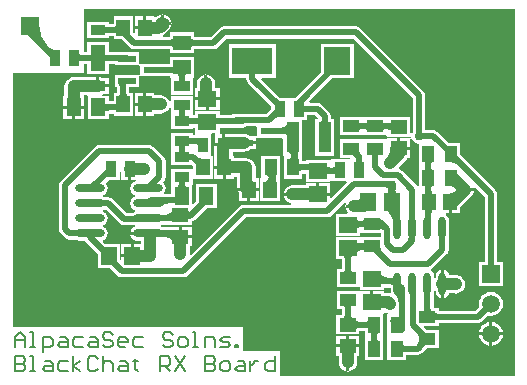
<source format=gtl>
%FSLAX25Y25*%
%MOIN*%
G70*
G01*
G75*
G04 Layer_Physical_Order=1*
G04 Layer_Color=255*
%ADD10C,0.04000*%
%ADD11C,0.02000*%
%ADD12O,0.09843X0.02756*%
%ADD13R,0.04921X0.05906*%
%ADD14R,0.05709X0.04528*%
%ADD15R,0.05315X0.06102*%
%ADD16R,0.03740X0.05315*%
%ADD17R,0.05118X0.03347*%
%ADD18R,0.04528X0.05709*%
%ADD19R,0.06299X0.02165*%
%ADD20R,0.05906X0.04921*%
%ADD21R,0.04134X0.05512*%
%ADD22R,0.05315X0.03740*%
%ADD23R,0.06102X0.05315*%
%ADD24R,0.03347X0.05118*%
%ADD25R,0.04331X0.10236*%
%ADD26R,0.05512X0.04134*%
%ADD27O,0.02362X0.07480*%
%ADD28R,0.09055X0.09449*%
%ADD29R,0.13386X0.09055*%
%ADD30C,0.00700*%
%ADD31R,0.05906X0.05906*%
%ADD32C,0.05906*%
%ADD33R,0.05906X0.05906*%
%ADD34C,0.03000*%
G36*
X169461Y2039D02*
X91339D01*
Y10198D01*
X78843D01*
Y18198D01*
X2039D01*
Y33000D01*
X2039Y33000D01*
X2039Y33000D01*
Y33000D01*
Y103000D01*
X26000D01*
Y105961D01*
X26941D01*
Y102673D01*
X34059D01*
Y105961D01*
X36020D01*
Y105657D01*
X44319D01*
Y105657D01*
X44328D01*
X44681Y105304D01*
Y102342D01*
X44319D01*
Y102342D01*
X36020D01*
Y98177D01*
X36917D01*
Y96354D01*
X35693D01*
Y93539D01*
X34094D01*
Y95453D01*
X31893D01*
X31865Y95594D01*
X32183Y95980D01*
X34059D01*
Y98154D01*
X30500D01*
Y98654D01*
X30000D01*
Y101679D01*
X22654D01*
X21870Y101576D01*
X21141Y101274D01*
X20514Y100793D01*
X20226Y100506D01*
X19746Y99879D01*
X19657Y99665D01*
X19443Y99149D01*
X19340Y98366D01*
Y95453D01*
X18906D01*
Y92000D01*
X25827D01*
Y95453D01*
D01*
Y95453D01*
X26002Y95628D01*
X26998D01*
X27173Y95453D01*
X27173Y95274D01*
X27173Y95274D01*
X27173D01*
Y87547D01*
X34094D01*
Y89461D01*
X35693D01*
Y88646D01*
X42221D01*
Y96354D01*
X40996D01*
Y98177D01*
X44319D01*
Y101917D01*
X44681D01*
Y101917D01*
X52980D01*
Y101961D01*
X54547D01*
Y101406D01*
X54843D01*
Y95780D01*
X62157D01*
Y101406D01*
X62453D01*
Y108327D01*
X54547D01*
Y106039D01*
X52980D01*
Y106083D01*
X44681D01*
Y106083D01*
X44672D01*
X44319Y106436D01*
Y109823D01*
X41041D01*
X40950Y109884D01*
X40169Y110039D01*
X34059D01*
Y113327D01*
X26941D01*
Y110039D01*
X26000D01*
Y124461D01*
X169461D01*
Y2039D01*
D02*
G37*
%LPC*%
G36*
X67000Y102460D02*
X67000D01*
D01*
X67000D01*
D02*
G37*
G36*
X66000D02*
X66000D01*
D01*
X66000D01*
D02*
G37*
G36*
X162000Y19921D02*
Y16500D01*
X165421D01*
X165351Y17032D01*
X164953Y17993D01*
X164319Y18819D01*
X163493Y19453D01*
X162532Y19851D01*
X162000Y19921D01*
D02*
G37*
G36*
X155775Y64500D02*
Y63500D01*
X155841Y64000D01*
X155775Y64500D01*
D02*
G37*
G36*
X117669Y11500D02*
X109961D01*
Y8736D01*
X110789D01*
Y6500D01*
X110892Y5717D01*
X111195Y4987D01*
X111675Y4360D01*
X112302Y3880D01*
X113032Y3577D01*
X113815Y3474D01*
X114598Y3577D01*
X115328Y3880D01*
X115955Y4360D01*
X116436Y4987D01*
X116738Y5717D01*
X116841Y6500D01*
Y8736D01*
X117669D01*
Y11500D01*
D02*
G37*
G36*
X25827Y91000D02*
X22866D01*
Y87547D01*
X25827D01*
Y91000D01*
D02*
G37*
G36*
X21866D02*
X18906D01*
Y87547D01*
X21866D01*
Y91000D01*
D02*
G37*
G36*
X161000Y15500D02*
X157579D01*
X157649Y14968D01*
X158047Y14007D01*
X158681Y13181D01*
X159507Y12547D01*
X160468Y12149D01*
X161000Y12079D01*
Y15500D01*
D02*
G37*
G36*
X113315Y15264D02*
X109961D01*
Y12500D01*
X113315D01*
Y15264D01*
D02*
G37*
G36*
X117669D02*
X114315D01*
Y12500D01*
X117669D01*
Y15264D01*
D02*
G37*
G36*
X165421Y15500D02*
X162000D01*
Y12079D01*
X162532Y12149D01*
X163493Y12547D01*
X164319Y13181D01*
X164953Y14007D01*
X165351Y14968D01*
X165421Y15500D01*
D02*
G37*
G36*
X145815Y37431D02*
Y32748D01*
Y28065D01*
X146166Y28134D01*
X146888Y28616D01*
X147370Y29338D01*
X147446Y29722D01*
X148682D01*
X149032Y29577D01*
X149815Y29474D01*
X150598Y29577D01*
X151328Y29880D01*
X151955Y30360D01*
X152436Y30987D01*
X152738Y31717D01*
X152841Y32500D01*
X152738Y33283D01*
X152436Y34013D01*
X151955Y34640D01*
X151707Y34888D01*
X151080Y35368D01*
X150350Y35671D01*
X149567Y35774D01*
X147446D01*
X147370Y36158D01*
X146888Y36880D01*
X146166Y37362D01*
X145815Y37431D01*
D02*
G37*
G36*
X161000Y19921D02*
X160468Y19851D01*
X159507Y19453D01*
X158681Y18819D01*
X158047Y17993D01*
X157649Y17032D01*
X157579Y16500D01*
X161000D01*
Y19921D01*
D02*
G37*
G36*
X45543Y92000D02*
X42780D01*
Y88646D01*
X45543D01*
Y92000D01*
D02*
G37*
G36*
Y121854D02*
X42780D01*
Y118500D01*
X45543D01*
Y121854D01*
D02*
G37*
G36*
X66500Y102526D02*
X66000Y102460D01*
X67000D01*
X66500Y102526D01*
D02*
G37*
G36*
X67000Y102460D02*
Y99500D01*
X66000D01*
Y102460D01*
X65717Y102423D01*
X64987Y102120D01*
X64360Y101640D01*
X63880Y101013D01*
X63577Y100283D01*
X63474Y99500D01*
Y98094D01*
X62949D01*
Y94937D01*
X71051D01*
Y98094D01*
X69526D01*
Y99500D01*
X69423Y100283D01*
X69121Y101013D01*
X68640Y101640D01*
X68013Y102120D01*
X67283Y102423D01*
X67000Y102460D01*
D02*
G37*
G36*
X54960Y120000D02*
Y119000D01*
X55026Y119500D01*
X54960Y120000D01*
D02*
G37*
G36*
X52000Y122526D02*
X51500Y122460D01*
X52500D01*
X52000Y122526D01*
D02*
G37*
G36*
X51500Y122460D02*
X51217Y122423D01*
X50487Y122120D01*
X49860Y121640D01*
X49769Y121548D01*
X49307Y121740D01*
Y121854D01*
X46543D01*
Y118000D01*
X46043D01*
Y117500D01*
X42780D01*
Y116407D01*
X42636Y116348D01*
X42220Y116625D01*
Y121854D01*
X35693D01*
Y119386D01*
X34059D01*
Y120020D01*
X26941D01*
Y114673D01*
X34059D01*
Y115307D01*
X35693D01*
Y114146D01*
X38620D01*
X41208Y111558D01*
X41869Y111116D01*
X42650Y110961D01*
X54547D01*
Y109673D01*
X62453D01*
Y110961D01*
X69000D01*
X69780Y111116D01*
X70442Y111558D01*
X70442Y111558D01*
X70442Y111558D01*
X73345Y114461D01*
X115655D01*
X135461Y94655D01*
Y83448D01*
X135148Y82980D01*
X134669Y83125D01*
Y88307D01*
X126961D01*
D01*
D01*
X126961Y88307D01*
X126571Y88307D01*
Y88307D01*
X119059D01*
D01*
D01*
X119059Y88307D01*
X118571D01*
Y88307D01*
X111059D01*
Y82173D01*
X118571D01*
Y82173D01*
X118571D01*
X118571Y82173D01*
X119059D01*
Y82173D01*
X126571D01*
Y82173D01*
X126607D01*
X126961Y81820D01*
Y81780D01*
X134669D01*
Y81780D01*
X134929D01*
X134952Y81548D01*
X134743Y81235D01*
X134669Y81221D01*
D01*
D01*
X134669D01*
Y81221D01*
X134565D01*
Y81221D01*
X131315D01*
Y78457D01*
X134669D01*
Y80875D01*
X134765Y80904D01*
X134765Y80904D01*
D01*
D01*
D01*
X135148Y81020D01*
X135698Y80198D01*
X136524Y79645D01*
X137500Y79451D01*
X137508Y79445D01*
Y72244D01*
X137508Y72244D01*
X137508Y71756D01*
X137508D01*
Y65314D01*
X137029Y65169D01*
X136757Y65577D01*
X131892Y70442D01*
X131230Y70884D01*
X130860Y70957D01*
X130715Y71436D01*
X132955Y73675D01*
X133435Y74302D01*
X133598Y74693D01*
X134669D01*
Y77457D01*
X130815D01*
Y77957D01*
X130315D01*
Y81221D01*
X126961D01*
Y80827D01*
X126571D01*
Y80827D01*
X119059D01*
D01*
D01*
X119059Y80827D01*
X118571D01*
Y80827D01*
X111059D01*
Y74693D01*
X114652D01*
X114930Y74277D01*
X114880Y74158D01*
X114594D01*
Y67758D01*
X114166Y67501D01*
X114035Y67571D01*
Y74158D01*
X108295D01*
Y74094D01*
X107866D01*
Y74094D01*
X99764D01*
Y73539D01*
X98622D01*
Y75256D01*
X98622D01*
Y75339D01*
X98665Y75382D01*
X98665D01*
Y87343D01*
X100335D01*
Y88961D01*
X102970D01*
X103851Y88080D01*
X103660Y87618D01*
X102965D01*
Y75382D01*
X109295D01*
Y87618D01*
X108169D01*
Y88685D01*
X108014Y89465D01*
X107572Y90127D01*
X105257Y92442D01*
X104595Y92884D01*
X103815Y93039D01*
X101076D01*
X100885Y93501D01*
X108659Y101276D01*
X115874D01*
Y112724D01*
X104819D01*
Y103203D01*
X96274Y94657D01*
X94595D01*
Y87618D01*
X94036D01*
Y94657D01*
X91226D01*
X84873Y101011D01*
X85065Y101472D01*
X89693D01*
Y112528D01*
X74307D01*
Y101472D01*
X79961D01*
Y101000D01*
X79961Y101000D01*
X79961D01*
X80116Y100220D01*
X80558Y99558D01*
X88295Y91821D01*
Y91014D01*
X86561Y89279D01*
X83319D01*
Y89323D01*
X75020D01*
Y88886D01*
X71051D01*
Y90220D01*
X62949D01*
Y88886D01*
X62059D01*
Y89480D01*
X62157D01*
Y95221D01*
X54843D01*
Y93551D01*
X54352Y93454D01*
X54120Y94013D01*
X54009Y94159D01*
X53640Y94640D01*
X53013Y95121D01*
X52283Y95423D01*
X51500Y95526D01*
X49307D01*
Y96354D01*
X46543D01*
Y92500D01*
Y88646D01*
X49307D01*
Y89474D01*
X51500D01*
X51500Y89474D01*
X52283Y89577D01*
X53013Y89880D01*
X53640Y90360D01*
X54120Y90987D01*
X54352Y91546D01*
X54843Y91449D01*
Y89480D01*
X54941D01*
Y84173D01*
X62059D01*
Y84807D01*
X62949D01*
Y82913D01*
X62949Y82913D01*
X62949D01*
X62949Y82906D01*
X62980Y82562D01*
X62643Y82193D01*
X62059D01*
Y82827D01*
X54941D01*
Y77480D01*
Y72173D01*
X61900D01*
X62193Y71880D01*
Y70961D01*
X62059Y70827D01*
X61839Y70827D01*
X61839Y70827D01*
Y70827D01*
X54941D01*
Y65953D01*
X54906D01*
Y62539D01*
X52769D01*
X52533Y62980D01*
X52929Y63572D01*
X53114Y64500D01*
X52929Y65428D01*
X52403Y66214D01*
X52336Y66260D01*
X52287Y66757D01*
X52442Y66913D01*
X52442Y66913D01*
X52707Y67309D01*
X52884Y67574D01*
X53039Y68354D01*
Y73500D01*
X52884Y74280D01*
X52442Y74942D01*
X48942Y78442D01*
X48280Y78884D01*
X47500Y79039D01*
X31000D01*
X31000Y79039D01*
X30220Y78884D01*
X29558Y78442D01*
X18058Y66942D01*
X17616Y66280D01*
X17461Y65500D01*
Y51000D01*
X17616Y50220D01*
X18058Y49558D01*
X19558Y48058D01*
X19558D01*
X19558Y48058D01*
X19558Y48058D01*
Y48058D01*
X20220Y47616D01*
X21000Y47461D01*
X23083D01*
X23383Y47260D01*
X24311Y47076D01*
X26206D01*
X26412Y46767D01*
X30406Y42774D01*
Y37949D01*
X34567D01*
X37009Y35507D01*
X37671Y35065D01*
X38451Y34910D01*
X58949D01*
X59729Y35065D01*
X60391Y35507D01*
X79845Y54961D01*
X107000D01*
X107780Y55116D01*
X108442Y55558D01*
X112815Y59931D01*
X113230Y59653D01*
X113077Y59283D01*
X112974Y58500D01*
X113040Y58000D01*
Y59000D01*
Y59000D01*
X116000D01*
Y58000D01*
X113040D01*
X113077Y57717D01*
X113380Y56987D01*
X113720Y56543D01*
X113499Y56094D01*
X109764D01*
Y48779D01*
X117866D01*
Y49673D01*
X118059D01*
Y49673D01*
X124776D01*
Y48327D01*
X118059D01*
Y48221D01*
X117866D01*
Y48221D01*
X109764D01*
Y40905D01*
X111776D01*
Y37807D01*
X110059D01*
Y31673D01*
X117571D01*
D01*
X117571D01*
X117764Y31480D01*
Y30779D01*
X125866D01*
Y31461D01*
X128091D01*
Y30189D01*
X128153Y29880D01*
X127811Y29515D01*
X127252Y29589D01*
X125866D01*
Y30220D01*
X122315D01*
Y26563D01*
X121315D01*
Y30220D01*
X117924D01*
X117924Y30220D01*
Y30220D01*
X117764Y30220D01*
D01*
X117571Y30327D01*
X117410Y30327D01*
X117410Y30327D01*
Y30327D01*
X110059D01*
Y24193D01*
X111776D01*
Y22350D01*
X109961D01*
Y15823D01*
X117669D01*
Y17047D01*
X119508D01*
Y15288D01*
X119508Y15288D01*
X119508Y14799D01*
X119508D01*
Y7288D01*
X125642D01*
Y14799D01*
D01*
Y14799D01*
X125642Y14799D01*
Y15288D01*
X125642D01*
Y22552D01*
X125642Y22552D01*
X125642D01*
X125642Y22799D01*
X125866Y22906D01*
X125866Y23102D01*
X126276Y23389D01*
X126302Y23380D01*
X126302Y23380D01*
D01*
X127032Y23077D01*
X126995Y22799D01*
X126988D01*
Y21150D01*
X126931Y21064D01*
X126776Y20283D01*
X126931Y19503D01*
X126988Y19417D01*
Y15288D01*
X126988Y15288D01*
X126988Y14799D01*
X126988D01*
Y7288D01*
X133122D01*
Y9004D01*
X137098D01*
X137879Y9159D01*
X138540Y9601D01*
X140132Y11193D01*
X144071D01*
Y17327D01*
X139961D01*
X139076Y18211D01*
X139268Y18673D01*
X144071D01*
Y19701D01*
X157240D01*
X158020Y19856D01*
X158682Y20298D01*
X158682Y20298D01*
X158682Y20298D01*
X160525Y22141D01*
X161500Y22013D01*
X162532Y22149D01*
X163493Y22547D01*
X164319Y23181D01*
X164953Y24007D01*
X165351Y24968D01*
X165487Y26000D01*
X165351Y27032D01*
X164953Y27993D01*
X164319Y28819D01*
X163493Y29453D01*
X162532Y29851D01*
X161500Y29987D01*
X160468Y29851D01*
X159507Y29453D01*
X158681Y28819D01*
X158047Y27993D01*
X157649Y27032D01*
X157513Y26000D01*
X157641Y25025D01*
X156395Y23779D01*
X144071D01*
Y24807D01*
X142354D01*
Y29315D01*
X142370Y29338D01*
X142539Y30189D01*
Y30660D01*
X142685Y30710D01*
X143091Y30419D01*
Y30189D01*
X143260Y29338D01*
X143743Y28616D01*
X144464Y28134D01*
X144815Y28065D01*
Y32748D01*
Y37431D01*
X144464Y37362D01*
X143743Y36880D01*
X143260Y36158D01*
X143091Y35307D01*
Y35078D01*
X142685Y34786D01*
X142539Y34836D01*
Y35307D01*
X142370Y36158D01*
X141887Y36880D01*
X141624Y37056D01*
Y37556D01*
X142017Y37818D01*
X142017Y37818D01*
X142017Y37818D01*
X146757Y42558D01*
X146757Y42558D01*
X147022Y42955D01*
X147199Y43220D01*
X147354Y44000D01*
X147354Y44000D01*
X147354Y44000D01*
Y44000D01*
Y47819D01*
X147370Y47842D01*
X147539Y48693D01*
Y53811D01*
X147370Y54662D01*
X146888Y55383D01*
X146463Y55667D01*
X146608Y56146D01*
X147358D01*
Y60000D01*
X148358D01*
Y56146D01*
X151122D01*
Y58028D01*
X154955Y61860D01*
X155436Y62487D01*
X155738Y63217D01*
X155775Y63500D01*
X152815D01*
Y64500D01*
X155775D01*
X155741Y64761D01*
X156036Y64907D01*
X156198Y64974D01*
X159461Y61711D01*
Y39953D01*
X157547D01*
Y32047D01*
X165453D01*
Y39953D01*
X163539D01*
Y62555D01*
X163539Y62555D01*
X163384Y63336D01*
X162942Y63997D01*
X151122Y75817D01*
Y79756D01*
X147354D01*
X143668Y83442D01*
X143006Y83884D01*
X142226Y84039D01*
X139539D01*
Y95500D01*
X139384Y96280D01*
X139207Y96545D01*
X138942Y96942D01*
X138942Y96942D01*
X117942Y117942D01*
X117280Y118384D01*
X116500Y118539D01*
X72500D01*
X71720Y118384D01*
X71058Y117942D01*
X68155Y115039D01*
X62453D01*
Y116594D01*
X54547D01*
Y115039D01*
X52347D01*
X52187Y115513D01*
X52640Y115860D01*
X54140Y117360D01*
X54620Y117987D01*
X54923Y118717D01*
X54960Y119000D01*
X52000D01*
Y119500D01*
X51500D01*
Y122460D01*
D02*
G37*
G36*
X52500Y122460D02*
Y120000D01*
X54960D01*
X54923Y120283D01*
X54620Y121013D01*
X54140Y121640D01*
X53513Y122120D01*
X52783Y122423D01*
X52500Y122460D01*
D02*
G37*
G36*
X45543Y96354D02*
X42780D01*
Y93000D01*
X45543D01*
Y96354D01*
D02*
G37*
G36*
X71051Y93937D02*
X67500D01*
Y90780D01*
X71051D01*
Y93937D01*
D02*
G37*
G36*
X66500D02*
X62949D01*
Y90780D01*
X66500D01*
Y93937D01*
D02*
G37*
G36*
X31000Y101614D02*
Y99154D01*
X34059D01*
Y101327D01*
X31885D01*
X31283Y101576D01*
X31000Y101614D01*
D02*
G37*
%LPD*%
G36*
X114315Y3540D02*
X114315D01*
X113315D01*
X113315D01*
Y6500D01*
X114315D01*
Y3540D01*
D02*
G37*
G36*
X37704Y52912D02*
X38365Y52470D01*
X39146Y52315D01*
X39146Y52315D01*
X42592D01*
X42674Y52260D01*
X42725Y52250D01*
Y51750D01*
X42674Y51740D01*
X41888Y51214D01*
X41362Y50428D01*
X41277Y50000D01*
X47146D01*
Y49000D01*
X41277D01*
X41362Y48572D01*
X41888Y47786D01*
X42674Y47260D01*
X43602Y47076D01*
X44974D01*
Y46051D01*
X42437D01*
Y42000D01*
X41937D01*
Y41500D01*
X38280D01*
Y40657D01*
X38136Y40598D01*
X37721Y40876D01*
Y46051D01*
X32896D01*
X32168Y46779D01*
X32313Y47258D01*
X32326Y47260D01*
X33112Y47786D01*
X33638Y48572D01*
X33822Y49500D01*
X33638Y50428D01*
X33112Y51214D01*
X32326Y51740D01*
X32275Y51750D01*
Y52250D01*
X32326Y52260D01*
X33112Y52786D01*
X33638Y53572D01*
X33822Y54500D01*
X33638Y55428D01*
X33112Y56214D01*
X32326Y56740D01*
X32275Y56750D01*
Y57250D01*
X32326Y57260D01*
X32626Y57461D01*
X33155D01*
X37704Y52912D01*
D02*
G37*
G36*
X41650Y67343D02*
X43153D01*
X43202Y66845D01*
X42674Y66740D01*
X41888Y66214D01*
X41362Y65428D01*
X41178Y64500D01*
X41362Y63572D01*
X41888Y62786D01*
X42674Y62260D01*
X42725Y62250D01*
Y61750D01*
X42674Y61740D01*
X41888Y61214D01*
X41362Y60428D01*
X41178Y59500D01*
X41362Y58572D01*
X41888Y57786D01*
X42674Y57260D01*
X42725Y57250D01*
Y56750D01*
X42674Y56740D01*
X42156Y56393D01*
X39990D01*
X35442Y60942D01*
X34780Y61384D01*
X34000Y61539D01*
X32626D01*
X32326Y61740D01*
X32275Y61750D01*
Y62250D01*
X32326Y62260D01*
X33112Y62786D01*
X33638Y63572D01*
X33822Y64500D01*
X33638Y65428D01*
X33112Y66214D01*
X33097Y66363D01*
X34077Y67343D01*
X37721D01*
Y70240D01*
X37915Y70253D01*
X38280Y69911D01*
Y67343D01*
X40650D01*
Y71000D01*
X41650D01*
Y67343D01*
D02*
G37*
G36*
X83319Y85158D02*
X83328D01*
X83681Y84804D01*
Y81842D01*
X83319D01*
Y81842D01*
X81353D01*
X81309Y81899D01*
X80682Y82380D01*
X79952Y82683D01*
X79169Y82786D01*
X73106D01*
X72846Y82752D01*
Y79000D01*
X72346D01*
Y78500D01*
X69321D01*
Y75354D01*
X69280D01*
Y72000D01*
X72543D01*
Y71500D01*
X73043D01*
Y67646D01*
X75807D01*
Y68474D01*
X76974D01*
Y64772D01*
X77010Y64500D01*
X84035D01*
Y67854D01*
X83026D01*
Y71500D01*
X82923Y72283D01*
X82621Y73013D01*
X82140Y73640D01*
X81513Y74120D01*
X80783Y74423D01*
X80000Y74526D01*
X75807D01*
Y75354D01*
X75372D01*
Y76734D01*
X79169D01*
X79952Y76837D01*
X80682Y77139D01*
X81309Y77620D01*
X81353Y77677D01*
X83319D01*
Y79260D01*
X79169D01*
Y80260D01*
X83319D01*
Y81417D01*
X83681D01*
Y81417D01*
X91980D01*
Y81417D01*
X91981D01*
X92335Y81064D01*
Y75382D01*
X92488D01*
Y75256D01*
X92488D01*
Y67744D01*
X98622D01*
Y69461D01*
X99764D01*
Y66780D01*
X107866D01*
Y66843D01*
X108295D01*
Y66843D01*
X113305D01*
X113497Y66381D01*
X108328Y61212D01*
X107866Y61403D01*
Y62063D01*
X103815D01*
Y62563D01*
X103315D01*
Y66220D01*
X99764D01*
Y65526D01*
X95315D01*
X94532Y65423D01*
X93802Y65121D01*
X93175Y64640D01*
X92694Y64013D01*
X92392Y63283D01*
X92289Y62500D01*
X92355Y62000D01*
Y63000D01*
Y63000D01*
X95315D01*
Y62000D01*
X92355D01*
X92392Y61717D01*
X92694Y60987D01*
X93175Y60360D01*
X93802Y59879D01*
X94532Y59577D01*
X94829Y59538D01*
X94796Y59039D01*
X79000D01*
X78220Y58884D01*
X77558Y58442D01*
X61488Y42372D01*
X61026Y42563D01*
Y45193D01*
X61854D01*
Y47957D01*
X58000D01*
Y48457D01*
X57500D01*
Y51721D01*
X54146D01*
Y51539D01*
X51917D01*
X51617Y51740D01*
X51566Y51750D01*
Y52250D01*
X51617Y52260D01*
X51917Y52461D01*
X54146D01*
Y52280D01*
X61854D01*
Y53566D01*
X62324Y53659D01*
X62985Y54101D01*
X66931Y58047D01*
X70094D01*
Y65953D01*
X63173D01*
Y60057D01*
X62289Y59173D01*
X61827Y59364D01*
Y65480D01*
X62059D01*
Y67646D01*
X62059D01*
X62193D01*
X62413Y67646D01*
X62413Y67646D01*
Y67646D01*
X68720D01*
Y75354D01*
X68327D01*
Y75441D01*
X68327D01*
Y82552D01*
X68327Y82552D01*
D01*
D01*
X68327Y82559D01*
D01*
X68673Y82906D01*
X69673D01*
Y82906D01*
Y82559D01*
X69673Y82552D01*
X69673Y82552D01*
X69673D01*
Y80386D01*
X69424Y79783D01*
X69386Y79500D01*
X71846D01*
Y82559D01*
X71398D01*
X71051Y82906D01*
X71051Y82913D01*
X71051Y82913D01*
X71051D01*
Y84807D01*
X78776D01*
X79556Y84962D01*
X79848Y85158D01*
X83319D01*
Y85158D01*
D02*
G37*
%LPC*%
G36*
X91142Y75256D02*
X85008D01*
Y67854D01*
X84594D01*
Y60146D01*
X91122D01*
Y67744D01*
X91142D01*
Y75256D01*
D02*
G37*
G36*
X107866Y66220D02*
X104315D01*
Y63063D01*
X107866D01*
Y66220D01*
D02*
G37*
G36*
X72043Y71000D02*
X69280D01*
Y67646D01*
X72043D01*
Y71000D01*
D02*
G37*
G36*
X84035Y63500D02*
X81272D01*
Y60146D01*
X84035D01*
Y63500D01*
D02*
G37*
G36*
X41437Y46051D02*
X38280D01*
Y42500D01*
X41437D01*
Y46051D01*
D02*
G37*
G36*
X61854Y51721D02*
X58500D01*
Y48957D01*
X61854D01*
Y51721D01*
D02*
G37*
G36*
X80272Y63500D02*
X77280D01*
X77291Y63472D01*
X77380Y63259D01*
X77508Y63091D01*
Y60146D01*
X80272D01*
Y63500D01*
D02*
G37*
%LPD*%
D10*
X128000Y73000D02*
G03*
X129961Y77949I-4741J4741D01*
G01*
X116305Y58500D02*
G03*
X120098Y60071I0J5364D01*
G01*
X147858Y60854D02*
G03*
X150950Y62135I0J4372D01*
G01*
X150643Y66172D02*
G03*
X148055Y67244I-2587J-2587D01*
G01*
X80000Y67090D02*
G03*
X80958Y64777I3271J0D01*
G01*
X50500Y118000D02*
G03*
X52461Y119308I0J2125D01*
G01*
X49586Y118000D02*
G03*
X52354Y119147I0J3914D01*
G01*
X148055Y68000D02*
X148815D01*
X152815Y64000D01*
X148815Y60000D02*
X152815Y64000D01*
X147858Y60000D02*
X148815D01*
X73106Y79760D02*
X79169D01*
X95315Y62500D02*
X103752D01*
X149567Y32748D02*
X149815Y32500D01*
X145315Y32748D02*
X149567D01*
X127252Y26563D02*
X127815Y26000D01*
X121815Y26563D02*
X127252D01*
X116000Y58500D02*
X119063D01*
X113815Y6500D02*
Y12000D01*
X50500Y118000D02*
X52000Y119500D01*
X46043Y118000D02*
X50500D01*
X46043Y92500D02*
X51500D01*
X72347Y79000D02*
X73106Y79760D01*
X51500Y92500D02*
X51500Y92500D01*
X22654Y98654D02*
X30500D01*
X22366Y98366D02*
X22654Y98654D01*
X22366Y91500D02*
Y98366D01*
X72347Y71697D02*
Y79000D01*
X58000Y42500D02*
Y48457D01*
X41150Y71000D02*
X46000D01*
X48000Y42000D02*
Y48646D01*
X41937Y42000D02*
X48000D01*
X128000Y73000D02*
X130815Y75815D01*
X66500Y94937D02*
Y99500D01*
X72543Y71500D02*
X80000D01*
Y64772D02*
Y71500D01*
Y64772D02*
X80772Y64000D01*
D11*
X127648Y85240D02*
G03*
X129331Y85937I0J2379D01*
G01*
Y84150D02*
G03*
X126698Y85240I-2633J-2633D01*
G01*
X140315Y24316D02*
G03*
X141069Y22495I2576J0D01*
G01*
X139561D02*
G03*
X140315Y24316I-1821J1821D01*
G01*
X143580Y21740D02*
G03*
X141758Y20986I0J-2576D01*
G01*
Y22495D02*
G03*
X143580Y21740I1821J1821D01*
G01*
X137318Y11263D02*
G03*
X138559Y14260I-2997J2997D01*
G01*
D02*
G03*
X137438Y16965I-3826J0D01*
G01*
X108913Y70437D02*
G03*
X110550Y71115I0J2316D01*
G01*
Y69885D02*
G03*
X109217Y70437I-1333J-1333D01*
G01*
X117465Y73388D02*
G03*
X118080Y71903I2101J0D01*
G01*
X116849D02*
G03*
X117465Y73388I-1485J1485D01*
G01*
X118080Y85240D02*
G03*
X116258Y84486I0J-2576D01*
G01*
Y85995D02*
G03*
X118080Y85240I1821J1821D01*
G01*
X116565Y77649D02*
G03*
X117464Y75110I3112J-326D01*
G01*
X117465Y74464D02*
G03*
X115414Y76697I-2241J0D01*
G01*
X122815Y75184D02*
G03*
X122061Y77005I-2576J0D01*
G01*
X123569D02*
G03*
X122815Y75184I1821J-1821D01*
G01*
X126080Y85240D02*
G03*
X124258Y84486I-0J-2576D01*
G01*
X124258Y85995D02*
G03*
X126080Y85240I1821J1821D01*
G01*
X119550D02*
G03*
X121372Y85995I-0J2576D01*
G01*
X121372Y84486D02*
G03*
X119550Y85240I-1821J-1821D01*
G01*
X131815Y28353D02*
G03*
X130299Y30009I-1662J0D01*
G01*
X131815Y30537D02*
G03*
X130475Y32001I-1469J0D01*
G01*
X131815Y26131D02*
G03*
X130187Y30061I-5558J0D01*
G01*
Y32620D02*
G03*
X128062Y33500I-2125J-2125D01*
G01*
X133809Y45494D02*
G03*
X135134Y48693I-3199J3199D01*
G01*
X113815Y24684D02*
G03*
X113061Y26505I-2576J0D01*
G01*
X114569D02*
G03*
X113815Y24684I1821J-1821D01*
G01*
X113815Y37316D02*
G03*
X114569Y35495I2576J0D01*
G01*
X113061D02*
G03*
X113815Y37316I-1821J1821D01*
G01*
X118550Y45260D02*
G03*
X120372Y46014I0J2576D01*
G01*
Y44505D02*
G03*
X118550Y45260I-1822J-1822D01*
G01*
X123571Y45260D02*
G03*
X124812Y42262I4239J0D01*
G01*
X126815Y51000D02*
G03*
X122921Y51758I-2509J-2509D01*
G01*
X124717Y53098D02*
G03*
X122140Y53599I-1661J-1661D01*
G01*
X125075Y52740D02*
G03*
X123259Y51987I-0J-2564D01*
G01*
X123259Y53494D02*
G03*
X125075Y52740I1815J1810D01*
G01*
X118550Y52740D02*
G03*
X120372Y53495I-0J2576D01*
G01*
X120372Y51986D02*
G03*
X118550Y52740I-1821J-1821D01*
G01*
X119893Y45260D02*
G03*
X115381Y43391I0J-6381D01*
G01*
X113815Y40562D02*
G03*
X112643Y43391I-4001J0D01*
G01*
X114987Y43391D02*
G03*
X113815Y40561I2830J-2830D01*
G01*
X118942Y52740D02*
G03*
X115381Y51265I0J-5037D01*
G01*
X115381Y53609D02*
G03*
X117478Y52740I2098J2098D01*
G01*
X117457Y19087D02*
G03*
X115299Y18193I0J-3051D01*
G01*
Y19980D02*
G03*
X117456Y19087I2157J2157D01*
G01*
X113815Y22138D02*
G03*
X114709Y19980I3051J0D01*
G01*
X112921D02*
G03*
X113815Y22138I-2157J2157D01*
G01*
X132631Y11043D02*
G03*
X130810Y10289I0J-2575D01*
G01*
Y11798D02*
G03*
X132631Y11043I1822J1822D01*
G01*
X122575Y14308D02*
G03*
X123329Y12487I2576J0D01*
G01*
X121820D02*
G03*
X122575Y14308I-1821J1821D01*
G01*
X123381Y35609D02*
G03*
X128472Y33500I5092J5092D01*
G01*
X130315Y51071D02*
G03*
X127265Y58434I-10413J0D01*
G01*
X130315Y55899D02*
G03*
X128679Y59848I-5585J0D01*
G01*
X128500Y64243D02*
G03*
X129609Y61566I3786J0D01*
G01*
X127265D02*
G03*
X128500Y64547I-2982J2982D01*
G01*
X140575Y64117D02*
G03*
X141665Y61484I3723J0D01*
G01*
X139878D02*
G03*
X140575Y63166I-1682J1682D01*
G01*
Y56833D02*
G03*
X139878Y58516I-2379J0D01*
G01*
X141665D02*
G03*
X140575Y55883I2633J-2633D01*
G01*
Y71265D02*
G03*
X141329Y69443I2576J0D01*
G01*
X139820D02*
G03*
X140575Y71265I-1821J1821D01*
G01*
Y64735D02*
G03*
X139820Y66557I-2576J0D01*
G01*
X141329D02*
G03*
X140575Y64735I1821J-1821D01*
G01*
Y72735D02*
G03*
X139820Y74557I-2576J0D01*
G01*
X141329D02*
G03*
X140575Y72735I1821J-1821D01*
G01*
X151052Y73002D02*
G03*
X148055Y74244I-2997J-2997D01*
G01*
X122575Y15779D02*
G03*
X121820Y17600I-2576J0D01*
G01*
X123329D02*
G03*
X122575Y15779I1821J-1821D01*
G01*
X120103Y19087D02*
G03*
X121820Y19798I0J2428D01*
G01*
Y18289D02*
G03*
X119895Y19087I-1926J-1926D01*
G01*
X62291Y74665D02*
G03*
X65457Y73354I3165J3165D01*
G01*
X96075Y74346D02*
G03*
X94676Y77723I-4776J0D01*
G01*
X90386Y83500D02*
G03*
X94676Y85277I0J6066D01*
G01*
X106130Y87266D02*
G03*
X106954Y85277I2814J0D01*
G01*
X105306D02*
G03*
X106130Y87266I-1989J1989D01*
G01*
X108210Y70437D02*
G03*
X105381Y69265I0J-4002D01*
G01*
X105381Y71609D02*
G03*
X108210Y70437I2829J2829D01*
G01*
X75952Y86847D02*
G03*
X77044Y87299I0J1544D01*
G01*
X91165Y89342D02*
G03*
X88336Y88170I0J-4002D01*
G01*
X99565Y91000D02*
G03*
X98080Y90385I0J-2101D01*
G01*
Y91615D02*
G03*
X99565Y91000I1485J1485D01*
G01*
X65178Y79410D02*
G03*
X63382Y80154I-1796J-1796D01*
G01*
X58500Y100750D02*
G03*
X59115Y99265I2101J0D01*
G01*
X57885D02*
G03*
X58500Y100750I-1485J1485D01*
G01*
Y90250D02*
G03*
X57885Y91735I-2101J0D01*
G01*
X59115D02*
G03*
X58500Y90250I1485J-1485D01*
G01*
X86965Y65484D02*
G03*
X88815Y69951I-4467J4467D01*
G01*
Y66448D02*
G03*
X87320Y70057I-5103J0D01*
G01*
X88389Y68361D02*
G03*
X87667Y69825I-1196J320D01*
G01*
X94801Y72943D02*
G03*
X96075Y76019I-3076J3076D01*
G01*
X98131Y71500D02*
G03*
X96310Y70746I0J-2576D01*
G01*
Y72254D02*
G03*
X98131Y71500I1821J1821D01*
G01*
X58500Y101340D02*
G03*
X57467Y103833I-3526J0D01*
G01*
X59533D02*
G03*
X58500Y101340I2493J-2493D01*
G01*
X62195Y113000D02*
G03*
X60025Y112101I0J-3070D01*
G01*
Y114167D02*
G03*
X62841Y113000I2816J2816D01*
G01*
X54159D02*
G03*
X56975Y114167I0J3983D01*
G01*
Y112101D02*
G03*
X54805Y113000I-2170J-2170D01*
G01*
X38957Y97997D02*
G03*
X38044Y100201I-3117J0D01*
G01*
X13521Y110829D02*
G03*
X16350Y109658I2829J2829D01*
G01*
X24750Y108000D02*
G03*
X23265Y107385I0J-2101D01*
G01*
Y108615D02*
G03*
X24750Y108000I1485J1485D01*
G01*
X35754Y117347D02*
G03*
X38063Y118303I0J3266D01*
G01*
Y116516D02*
G03*
X36058Y117347I-2005J-2005D01*
G01*
X38957Y96142D02*
G03*
X39850Y93984I3051J0D01*
G01*
X38063D02*
G03*
X38957Y96141I-2157J2157D01*
G01*
X34160Y91500D02*
G03*
X31667Y90467I0J-3526D01*
G01*
Y92533D02*
G03*
X34160Y91500I2493J2493D01*
G01*
X56516Y47563D02*
G03*
X51840Y49500I-4676J-4676D01*
G01*
X51839Y54500D02*
G03*
X56516Y56437I0J6613D01*
G01*
X61543Y55543D02*
G03*
X59505Y54671I0J-2817D01*
G01*
X59505Y56416D02*
G03*
X61543Y55543I2038J1945D01*
G01*
X58500Y65695D02*
G03*
X59399Y63525I3070J0D01*
G01*
X57333D02*
G03*
X58500Y66341I-2816J2816D01*
G01*
X52342Y49365D02*
G03*
X50878Y49173I-499J-1864D01*
G01*
X50878Y54827D02*
G03*
X52342Y54635I965J1671D01*
G01*
X54016Y60500D02*
G03*
X50956Y59233I0J-4327D01*
G01*
X9953Y118500D02*
G03*
X12854Y111497I9904J0D01*
G01*
X7953Y118500D02*
G03*
X9439Y114911I5076J0D01*
G01*
X128933Y65250D02*
G03*
X128701Y63491I2007J-1159D01*
G01*
X128272Y63695D02*
G03*
X128067Y65250I-1979J530D01*
G01*
X128147Y65146D02*
G03*
X126466Y65842I-1681J-1681D01*
G01*
X148055Y76000D02*
Y76171D01*
Y76000D02*
X161500Y62555D01*
Y36000D02*
Y62555D01*
X130315Y51252D02*
Y57185D01*
X127500Y60000D02*
X130315Y57185D01*
X30500Y117347D02*
X38303D01*
X27854Y48209D02*
X34063Y42000D01*
X58500Y98650D02*
Y104866D01*
X48831Y104000D02*
X57366D01*
X95555Y71500D02*
X102752D01*
X103815Y70437D02*
X111102D01*
X96075Y71500D02*
Y80925D01*
X102752Y71500D02*
X103815Y70437D01*
X87831Y83500D02*
X93500D01*
X95500Y81500D01*
X113815Y19087D02*
Y27260D01*
X122575Y11043D02*
Y19043D01*
X113815Y19087D02*
X122531D01*
X56957Y49500D02*
X58000Y48457D01*
X49232Y49500D02*
X56957D01*
X66634Y60634D02*
Y62000D01*
X61543Y55543D02*
X66634Y60634D01*
X58000Y55543D02*
X61543D01*
X56957Y54500D02*
X58000Y55543D01*
X47146Y54354D02*
Y54500D01*
X27854Y59500D02*
X34000D01*
X47146Y54500D02*
X56957D01*
X39146Y54354D02*
X47146D01*
X34000Y59500D02*
X39146Y54354D01*
X28350Y64500D02*
X34850Y71000D01*
X27854Y64500D02*
X28350D01*
X87406Y87240D02*
X91165Y91000D01*
X79169Y87240D02*
X87406D01*
X58500Y86847D02*
X78776D01*
X58500D02*
Y92350D01*
X24000Y108000D02*
X40169D01*
X38957Y92500D02*
Y99547D01*
X30634Y91500D02*
X37957D01*
X103815Y91000D02*
X106130Y88685D01*
Y81500D02*
Y88685D01*
X88815Y64043D02*
Y70760D01*
X117465Y70500D02*
Y75110D01*
X114815Y77760D02*
X117465Y75110D01*
X58500Y74847D02*
X62110D01*
X65457Y71500D01*
X58500Y80154D02*
X64500D01*
X58500Y74847D02*
Y80154D01*
X140315Y51252D02*
X140575Y51512D01*
Y76000D01*
X114815Y85240D02*
X130618D01*
X130315Y32748D02*
X131815Y31248D01*
X129563Y33500D02*
X130315Y32748D01*
X128815Y20283D02*
X131815Y17284D01*
Y31248D01*
X123752Y33500D02*
X129563D01*
X122815Y34437D02*
X123752Y33500D01*
X145315Y44000D02*
Y51252D01*
X140575Y39260D02*
X145315Y44000D01*
X127815Y39260D02*
X140575D01*
X121815Y45260D02*
X127815Y39260D01*
X114512Y45260D02*
X121815D01*
X113815Y34740D02*
Y44563D01*
Y34740D02*
X113815Y34740D01*
X126815Y46000D02*
Y51000D01*
X132315Y44000D02*
X135315Y47000D01*
X128815Y44000D02*
X132315D01*
X126815Y46000D02*
X128815Y44000D01*
X114118Y52740D02*
X125075D01*
X126815Y51000D01*
X135559Y18845D02*
X140144Y14260D01*
X140315D01*
X135559Y18845D02*
Y32504D01*
X137098Y11043D02*
X140315Y14260D01*
X135315Y32748D02*
X135559Y32504D01*
X130055Y11043D02*
X137098D01*
X58500Y62134D02*
Y68154D01*
X56866Y60500D02*
X58366Y62000D01*
X48146Y60500D02*
X56866D01*
X47146Y59500D02*
X48146Y60500D01*
X157240Y21740D02*
X161500Y26000D01*
X140315Y21740D02*
X157240D01*
X140315D02*
Y32748D01*
X140315Y21740D02*
X140315D01*
X97465Y91000D02*
X103815D01*
X135315Y47000D02*
Y64135D01*
X122815Y71685D02*
Y77760D01*
X130450Y69000D02*
X135315Y64135D01*
X125500Y69000D02*
X130450D01*
X122815Y71685D02*
X125500Y69000D01*
X19500Y51000D02*
X21000Y49500D01*
X19500Y51000D02*
Y65500D01*
X31000Y77000D01*
X47500D01*
X51000Y73500D01*
Y68354D02*
Y73500D01*
X47146Y64500D02*
X51000Y68354D01*
X21000Y49500D02*
X27854D01*
X142226Y82000D02*
X148055Y76171D01*
X137500Y82000D02*
X142226D01*
X137500D02*
Y95500D01*
X115842Y65842D02*
X128500D01*
Y60063D02*
Y66000D01*
X107000Y57000D02*
X115842Y65842D01*
X79000Y57000D02*
X107000D01*
X38303Y117347D02*
X42650Y113000D01*
X58949Y36949D02*
X79000Y57000D01*
X34063Y41337D02*
X38451Y36949D01*
X58949D01*
X34063Y41337D02*
Y42000D01*
X97465Y91000D02*
Y91000D01*
Y92965D01*
X110346Y105847D01*
Y107000D01*
X82000Y101000D02*
Y107000D01*
Y101000D02*
X91165Y91835D01*
Y91000D02*
Y91835D01*
X69000Y113000D02*
X72500Y116500D01*
X116500D01*
X137500Y95500D01*
X42650Y113000D02*
X69000D01*
X8000Y116350D02*
Y118500D01*
Y116350D02*
X16350Y108000D01*
D12*
X27854Y64500D02*
D03*
Y59500D02*
D03*
Y54500D02*
D03*
Y49500D02*
D03*
X47146Y64500D02*
D03*
Y59500D02*
D03*
Y54500D02*
D03*
Y49500D02*
D03*
D13*
X66634Y62000D02*
D03*
X58366D02*
D03*
X30634Y91500D02*
D03*
X22366D02*
D03*
D14*
X58000Y55543D02*
D03*
Y48457D02*
D03*
X113815Y19087D02*
D03*
Y12000D02*
D03*
X130815Y85043D02*
D03*
Y77957D02*
D03*
D15*
X41937Y42000D02*
D03*
X34063D02*
D03*
X120563Y60000D02*
D03*
X128437D02*
D03*
D16*
X34850Y71000D02*
D03*
X41150D02*
D03*
X22650Y108000D02*
D03*
X16350D02*
D03*
X97465Y91000D02*
D03*
X91165D02*
D03*
X117465Y70500D02*
D03*
X111165D02*
D03*
D17*
X30500Y117346D02*
D03*
Y110654D02*
D03*
Y105346D02*
D03*
Y98654D02*
D03*
X58500Y86846D02*
D03*
Y80154D02*
D03*
Y68154D02*
D03*
Y74846D02*
D03*
D18*
X46043Y92500D02*
D03*
X38957D02*
D03*
X38957Y118000D02*
D03*
X46043D02*
D03*
X80772Y64000D02*
D03*
X87858D02*
D03*
X65457Y71500D02*
D03*
X72543D02*
D03*
X140772Y60000D02*
D03*
X147858D02*
D03*
D19*
X48831Y104000D02*
D03*
X40169Y100260D02*
D03*
Y107740D02*
D03*
X87831Y83500D02*
D03*
X79169Y79760D02*
D03*
Y87240D02*
D03*
D20*
X58500Y113134D02*
D03*
Y104866D02*
D03*
D21*
X95555Y71500D02*
D03*
X88075D02*
D03*
X122575Y19043D02*
D03*
X130055D02*
D03*
X148055Y76000D02*
D03*
X140575D02*
D03*
Y68000D02*
D03*
X148055D02*
D03*
X122575Y11043D02*
D03*
X130055D02*
D03*
D22*
X58500Y92350D02*
D03*
Y98650D02*
D03*
D23*
X67000Y86563D02*
D03*
Y94437D02*
D03*
X103815Y70437D02*
D03*
Y62563D02*
D03*
X121815Y26563D02*
D03*
Y34437D02*
D03*
X113815Y52437D02*
D03*
Y44563D02*
D03*
D24*
X65654Y79000D02*
D03*
X72346D02*
D03*
D25*
X106130Y81500D02*
D03*
X95500D02*
D03*
D26*
X121815Y52740D02*
D03*
Y45260D02*
D03*
X113815Y34740D02*
D03*
Y27260D02*
D03*
X122815Y85240D02*
D03*
Y77760D02*
D03*
X114815D02*
D03*
Y85240D02*
D03*
X140315Y14260D02*
D03*
Y21740D02*
D03*
D27*
X145315Y51252D02*
D03*
X140315D02*
D03*
X135315D02*
D03*
X130315D02*
D03*
X145315Y32748D02*
D03*
X140315D02*
D03*
X135315D02*
D03*
X130315D02*
D03*
D28*
X110346Y107000D02*
D03*
D29*
X82000D02*
D03*
D30*
X3000Y11500D02*
Y14832D01*
X4666Y16498D01*
X6332Y14832D01*
Y11500D01*
Y13999D01*
X3000D01*
X7998Y11500D02*
X9664D01*
X8831D01*
Y16498D01*
X7998D01*
X12164Y9834D02*
Y14832D01*
X14663D01*
X15496Y13999D01*
Y12333D01*
X14663Y11500D01*
X12164D01*
X17995Y14832D02*
X19661D01*
X20494Y13999D01*
Y11500D01*
X17995D01*
X17162Y12333D01*
X17995Y13166D01*
X20494D01*
X25493Y14832D02*
X22994D01*
X22161Y13999D01*
Y12333D01*
X22994Y11500D01*
X25493D01*
X27992Y14832D02*
X29658D01*
X30491Y13999D01*
Y11500D01*
X27992D01*
X27159Y12333D01*
X27992Y13166D01*
X30491D01*
X35489Y15665D02*
X34656Y16498D01*
X32990D01*
X32157Y15665D01*
Y14832D01*
X32990Y13999D01*
X34656D01*
X35489Y13166D01*
Y12333D01*
X34656Y11500D01*
X32990D01*
X32157Y12333D01*
X39655Y11500D02*
X37989D01*
X37156Y12333D01*
Y13999D01*
X37989Y14832D01*
X39655D01*
X40488Y13999D01*
Y13166D01*
X37156D01*
X45486Y14832D02*
X42987D01*
X42154Y13999D01*
Y12333D01*
X42987Y11500D01*
X45486D01*
X55483Y15665D02*
X54650Y16498D01*
X52984D01*
X52151Y15665D01*
Y14832D01*
X52984Y13999D01*
X54650D01*
X55483Y13166D01*
Y12333D01*
X54650Y11500D01*
X52984D01*
X52151Y12333D01*
X57982Y11500D02*
X59648D01*
X60481Y12333D01*
Y13999D01*
X59648Y14832D01*
X57982D01*
X57149Y13999D01*
Y12333D01*
X57982Y11500D01*
X62147D02*
X63814D01*
X62981D01*
Y16498D01*
X62147D01*
X66313Y11500D02*
Y14832D01*
X68812D01*
X69645Y13999D01*
Y11500D01*
X71311D02*
X73810D01*
X74643Y12333D01*
X73810Y13166D01*
X72144D01*
X71311Y13999D01*
X72144Y14832D01*
X74643D01*
X76310Y11500D02*
Y12333D01*
X77143D01*
Y11500D01*
X76310D01*
X3000Y8498D02*
Y3500D01*
X5499D01*
X6332Y4333D01*
Y5166D01*
X5499Y5999D01*
X3000D01*
X5499D01*
X6332Y6832D01*
Y7665D01*
X5499Y8498D01*
X3000D01*
X7998Y3500D02*
X9664D01*
X8831D01*
Y8498D01*
X7998D01*
X12997Y6832D02*
X14663D01*
X15496Y5999D01*
Y3500D01*
X12997D01*
X12164Y4333D01*
X12997Y5166D01*
X15496D01*
X20494Y6832D02*
X17995D01*
X17162Y5999D01*
Y4333D01*
X17995Y3500D01*
X20494D01*
X22161D02*
Y8498D01*
Y5166D02*
X24660Y6832D01*
X22161Y5166D02*
X24660Y3500D01*
X30491Y7665D02*
X29658Y8498D01*
X27992D01*
X27159Y7665D01*
Y4333D01*
X27992Y3500D01*
X29658D01*
X30491Y4333D01*
X32157Y8498D02*
Y3500D01*
Y5999D01*
X32990Y6832D01*
X34656D01*
X35489Y5999D01*
Y3500D01*
X37989Y6832D02*
X39655D01*
X40488Y5999D01*
Y3500D01*
X37989D01*
X37156Y4333D01*
X37989Y5166D01*
X40488D01*
X42987Y7665D02*
Y6832D01*
X42154D01*
X43820D01*
X42987D01*
Y4333D01*
X43820Y3500D01*
X51318D02*
Y8498D01*
X53817D01*
X54650Y7665D01*
Y5999D01*
X53817Y5166D01*
X51318D01*
X52984D02*
X54650Y3500D01*
X56316Y8498D02*
X59648Y3500D01*
Y8498D02*
X56316Y3500D01*
X66313Y8498D02*
Y3500D01*
X68812D01*
X69645Y4333D01*
Y5166D01*
X68812Y5999D01*
X66313D01*
X68812D01*
X69645Y6832D01*
Y7665D01*
X68812Y8498D01*
X66313D01*
X72144Y3500D02*
X73810D01*
X74643Y4333D01*
Y5999D01*
X73810Y6832D01*
X72144D01*
X71311Y5999D01*
Y4333D01*
X72144Y3500D01*
X77143Y6832D02*
X78809D01*
X79642Y5999D01*
Y3500D01*
X77143D01*
X76310Y4333D01*
X77143Y5166D01*
X79642D01*
X81308Y6832D02*
Y3500D01*
Y5166D01*
X82141Y5999D01*
X82974Y6832D01*
X83807D01*
X89639Y8498D02*
Y3500D01*
X87139D01*
X86306Y4333D01*
Y5999D01*
X87139Y6832D01*
X89639D01*
D31*
X8000Y118500D02*
D03*
D32*
X161500Y16000D02*
D03*
Y26000D02*
D03*
D33*
Y36000D02*
D03*
D34*
X7000Y96000D02*
D03*
X6500Y49000D02*
D03*
Y38500D02*
D03*
X19000Y38000D02*
D03*
X82500Y14500D02*
D03*
X94500D02*
D03*
X56500Y27500D02*
D03*
X106500D02*
D03*
X94000D02*
D03*
X81500D02*
D03*
X44000D02*
D03*
X31500D02*
D03*
X19000D02*
D03*
X6500D02*
D03*
X120000Y121000D02*
D03*
X102500Y122000D02*
D03*
X89500D02*
D03*
X77000D02*
D03*
X64000D02*
D03*
X129500Y93500D02*
D03*
X116500D02*
D03*
X136500Y118000D02*
D03*
Y105000D02*
D03*
X150000Y91000D02*
D03*
Y118000D02*
D03*
Y105000D02*
D03*
X163000Y91000D02*
D03*
Y118000D02*
D03*
Y78000D02*
D03*
Y105000D02*
D03*
X81000Y51500D02*
D03*
Y38500D02*
D03*
X93000Y51500D02*
D03*
X69000Y27500D02*
D03*
X93000Y38500D02*
D03*
X106500Y51500D02*
D03*
Y14500D02*
D03*
Y38500D02*
D03*
X6500Y72000D02*
D03*
Y59000D02*
D03*
X20000Y83500D02*
D03*
X47000D02*
D03*
X7000D02*
D03*
X34000D02*
D03*
X152815Y64000D02*
D03*
X80000Y71500D02*
D03*
X95315Y62500D02*
D03*
X149815Y32500D02*
D03*
X127815Y26000D02*
D03*
X116000Y58500D02*
D03*
X113815Y6500D02*
D03*
X52000Y119500D02*
D03*
X51500Y92500D02*
D03*
X22366Y98366D02*
D03*
X58000Y42500D02*
D03*
X46000Y71000D02*
D03*
X48000Y42000D02*
D03*
X128000Y73000D02*
D03*
X66500Y99500D02*
D03*
X137500Y82000D02*
D03*
X128500Y65500D02*
D03*
M02*

</source>
